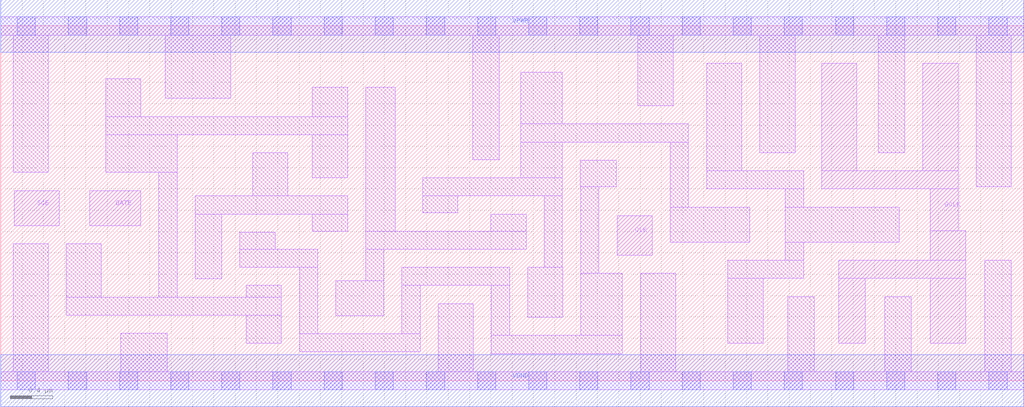
<source format=lef>
# Copyright 2020 The SkyWater PDK Authors
#
# Licensed under the Apache License, Version 2.0 (the "License");
# you may not use this file except in compliance with the License.
# You may obtain a copy of the License at
#
#     https://www.apache.org/licenses/LICENSE-2.0
#
# Unless required by applicable law or agreed to in writing, software
# distributed under the License is distributed on an "AS IS" BASIS,
# WITHOUT WARRANTIES OR CONDITIONS OF ANY KIND, either express or implied.
# See the License for the specific language governing permissions and
# limitations under the License.
#
# SPDX-License-Identifier: Apache-2.0

VERSION 5.7 ;
  NAMESCASESENSITIVE ON ;
  NOWIREEXTENSIONATPIN ON ;
  DIVIDERCHAR "/" ;
  BUSBITCHARS "[]" ;
UNITS
  DATABASE MICRONS 200 ;
END UNITS
MACRO sky130_fd_sc_ms__sdlclkp_4
  CLASS CORE ;
  SOURCE USER ;
  FOREIGN sky130_fd_sc_ms__sdlclkp_4 ;
  ORIGIN  0.000000  0.000000 ;
  SIZE  9.600000 BY  3.330000 ;
  SYMMETRY X Y ;
  SITE unit ;
  PIN GATE
    ANTENNAGATEAREA  0.233700 ;
    DIRECTION INPUT ;
    USE SIGNAL ;
    PORT
      LAYER li1 ;
        RECT 0.835000 1.455000 1.315000 1.785000 ;
    END
  END GATE
  PIN GCLK
    ANTENNADIFFAREA  1.252200 ;
    DIRECTION OUTPUT ;
    USE SIGNAL ;
    PORT
      LAYER li1 ;
        RECT 7.705000 1.800000 8.985000 1.970000 ;
        RECT 7.705000 1.970000 8.035000 2.980000 ;
        RECT 7.865000 0.350000 8.115000 0.960000 ;
        RECT 7.865000 0.960000 9.055000 1.130000 ;
        RECT 8.655000 1.970000 8.985000 2.980000 ;
        RECT 8.725000 0.350000 9.055000 0.960000 ;
        RECT 8.725000 1.130000 9.055000 1.410000 ;
        RECT 8.725000 1.410000 8.985000 1.800000 ;
    END
  END GCLK
  PIN SCE
    ANTENNAGATEAREA  0.233700 ;
    DIRECTION INPUT ;
    USE SIGNAL ;
    PORT
      LAYER li1 ;
        RECT 0.125000 1.455000 0.550000 1.785000 ;
    END
  END SCE
  PIN CLK
    ANTENNAGATEAREA  0.574800 ;
    DIRECTION INPUT ;
    USE CLOCK ;
    PORT
      LAYER li1 ;
        RECT 5.785000 1.180000 6.115000 1.550000 ;
    END
  END CLK
  PIN VGND
    DIRECTION INOUT ;
    USE GROUND ;
    PORT
      LAYER met1 ;
        RECT 0.000000 -0.245000 9.600000 0.245000 ;
    END
  END VGND
  PIN VPWR
    DIRECTION INOUT ;
    USE POWER ;
    PORT
      LAYER met1 ;
        RECT 0.000000 3.085000 9.600000 3.575000 ;
    END
  END VPWR
  OBS
    LAYER li1 ;
      RECT 0.000000 -0.085000 9.600000 0.085000 ;
      RECT 0.000000  3.245000 9.600000 3.415000 ;
      RECT 0.115000  0.085000 0.445000 1.285000 ;
      RECT 0.115000  1.955000 0.445000 3.245000 ;
      RECT 0.615000  0.615000 2.635000 0.785000 ;
      RECT 0.615000  0.785000 0.945000 1.285000 ;
      RECT 0.985000  1.955000 1.655000 2.310000 ;
      RECT 0.985000  2.310000 3.255000 2.480000 ;
      RECT 0.985000  2.480000 1.315000 2.835000 ;
      RECT 1.125000  0.085000 1.565000 0.445000 ;
      RECT 1.485000  0.785000 1.655000 1.955000 ;
      RECT 1.545000  2.650000 2.160000 3.245000 ;
      RECT 1.825000  0.955000 2.075000 1.565000 ;
      RECT 1.825000  1.565000 3.255000 1.735000 ;
      RECT 2.245000  1.065000 2.975000 1.235000 ;
      RECT 2.245000  1.235000 2.575000 1.395000 ;
      RECT 2.305000  0.350000 2.635000 0.615000 ;
      RECT 2.305000  0.785000 2.635000 0.895000 ;
      RECT 2.365000  1.735000 2.695000 2.140000 ;
      RECT 2.805000  0.270000 3.935000 0.440000 ;
      RECT 2.805000  0.440000 2.975000 1.065000 ;
      RECT 2.925000  1.405000 3.255000 1.565000 ;
      RECT 2.925000  1.905000 3.255000 2.310000 ;
      RECT 2.925000  2.480000 3.255000 2.755000 ;
      RECT 3.145000  0.610000 3.595000 0.940000 ;
      RECT 3.425000  0.940000 3.595000 1.235000 ;
      RECT 3.425000  1.235000 4.930000 1.405000 ;
      RECT 3.425000  1.405000 3.705000 2.755000 ;
      RECT 3.765000  0.440000 3.935000 0.895000 ;
      RECT 3.765000  0.895000 4.775000 1.065000 ;
      RECT 3.960000  1.575000 4.290000 1.735000 ;
      RECT 3.960000  1.735000 5.270000 1.905000 ;
      RECT 4.105000  0.085000 4.435000 0.725000 ;
      RECT 4.430000  2.075000 4.680000 3.245000 ;
      RECT 4.600000  1.405000 4.930000 1.565000 ;
      RECT 4.605000  0.255000 5.835000 0.425000 ;
      RECT 4.605000  0.425000 4.775000 0.895000 ;
      RECT 4.880000  1.905000 5.270000 2.240000 ;
      RECT 4.880000  2.240000 6.455000 2.410000 ;
      RECT 4.880000  2.410000 5.270000 2.895000 ;
      RECT 4.945000  0.595000 5.275000 1.065000 ;
      RECT 5.100000  1.065000 5.270000 1.735000 ;
      RECT 5.440000  1.820000 5.775000 2.070000 ;
      RECT 5.445000  0.425000 5.835000 1.010000 ;
      RECT 5.445000  1.010000 5.615000 1.820000 ;
      RECT 5.980000  2.580000 6.310000 3.245000 ;
      RECT 6.005000  0.085000 6.335000 1.010000 ;
      RECT 6.285000  1.300000 7.030000 1.630000 ;
      RECT 6.285000  1.630000 6.455000 2.240000 ;
      RECT 6.625000  1.800000 7.535000 1.970000 ;
      RECT 6.625000  1.970000 6.955000 2.980000 ;
      RECT 6.825000  0.350000 7.155000 0.960000 ;
      RECT 6.825000  0.960000 7.535000 1.130000 ;
      RECT 7.125000  2.140000 7.455000 3.245000 ;
      RECT 7.365000  1.130000 7.535000 1.300000 ;
      RECT 7.365000  1.300000 8.435000 1.630000 ;
      RECT 7.365000  1.630000 7.535000 1.800000 ;
      RECT 7.385000  0.085000 7.635000 0.790000 ;
      RECT 8.235000  2.140000 8.485000 3.245000 ;
      RECT 8.295000  0.085000 8.545000 0.790000 ;
      RECT 9.155000  1.820000 9.485000 3.245000 ;
      RECT 9.235000  0.085000 9.485000 1.130000 ;
    LAYER mcon ;
      RECT 0.155000 -0.085000 0.325000 0.085000 ;
      RECT 0.155000  3.245000 0.325000 3.415000 ;
      RECT 0.635000 -0.085000 0.805000 0.085000 ;
      RECT 0.635000  3.245000 0.805000 3.415000 ;
      RECT 1.115000 -0.085000 1.285000 0.085000 ;
      RECT 1.115000  3.245000 1.285000 3.415000 ;
      RECT 1.595000 -0.085000 1.765000 0.085000 ;
      RECT 1.595000  3.245000 1.765000 3.415000 ;
      RECT 2.075000 -0.085000 2.245000 0.085000 ;
      RECT 2.075000  3.245000 2.245000 3.415000 ;
      RECT 2.555000 -0.085000 2.725000 0.085000 ;
      RECT 2.555000  3.245000 2.725000 3.415000 ;
      RECT 3.035000 -0.085000 3.205000 0.085000 ;
      RECT 3.035000  3.245000 3.205000 3.415000 ;
      RECT 3.515000 -0.085000 3.685000 0.085000 ;
      RECT 3.515000  3.245000 3.685000 3.415000 ;
      RECT 3.995000 -0.085000 4.165000 0.085000 ;
      RECT 3.995000  3.245000 4.165000 3.415000 ;
      RECT 4.475000 -0.085000 4.645000 0.085000 ;
      RECT 4.475000  3.245000 4.645000 3.415000 ;
      RECT 4.955000 -0.085000 5.125000 0.085000 ;
      RECT 4.955000  3.245000 5.125000 3.415000 ;
      RECT 5.435000 -0.085000 5.605000 0.085000 ;
      RECT 5.435000  3.245000 5.605000 3.415000 ;
      RECT 5.915000 -0.085000 6.085000 0.085000 ;
      RECT 5.915000  3.245000 6.085000 3.415000 ;
      RECT 6.395000 -0.085000 6.565000 0.085000 ;
      RECT 6.395000  3.245000 6.565000 3.415000 ;
      RECT 6.875000 -0.085000 7.045000 0.085000 ;
      RECT 6.875000  3.245000 7.045000 3.415000 ;
      RECT 7.355000 -0.085000 7.525000 0.085000 ;
      RECT 7.355000  3.245000 7.525000 3.415000 ;
      RECT 7.835000 -0.085000 8.005000 0.085000 ;
      RECT 7.835000  3.245000 8.005000 3.415000 ;
      RECT 8.315000 -0.085000 8.485000 0.085000 ;
      RECT 8.315000  3.245000 8.485000 3.415000 ;
      RECT 8.795000 -0.085000 8.965000 0.085000 ;
      RECT 8.795000  3.245000 8.965000 3.415000 ;
      RECT 9.275000 -0.085000 9.445000 0.085000 ;
      RECT 9.275000  3.245000 9.445000 3.415000 ;
  END
END sky130_fd_sc_ms__sdlclkp_4
END LIBRARY

</source>
